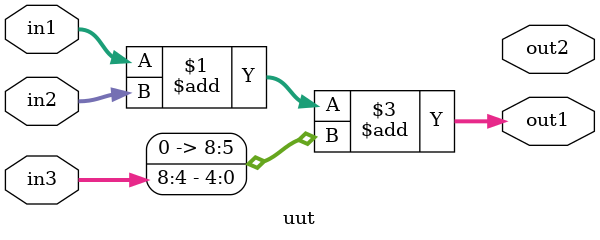
<source format=v>
module uut(in1, in2, in3, out1, out2);

input [8:0] in1, in2, in3;
output [8:0] out1, out2;

assign out1 = in1 + in2 + (in3 >> 4);

endmodule
</source>
